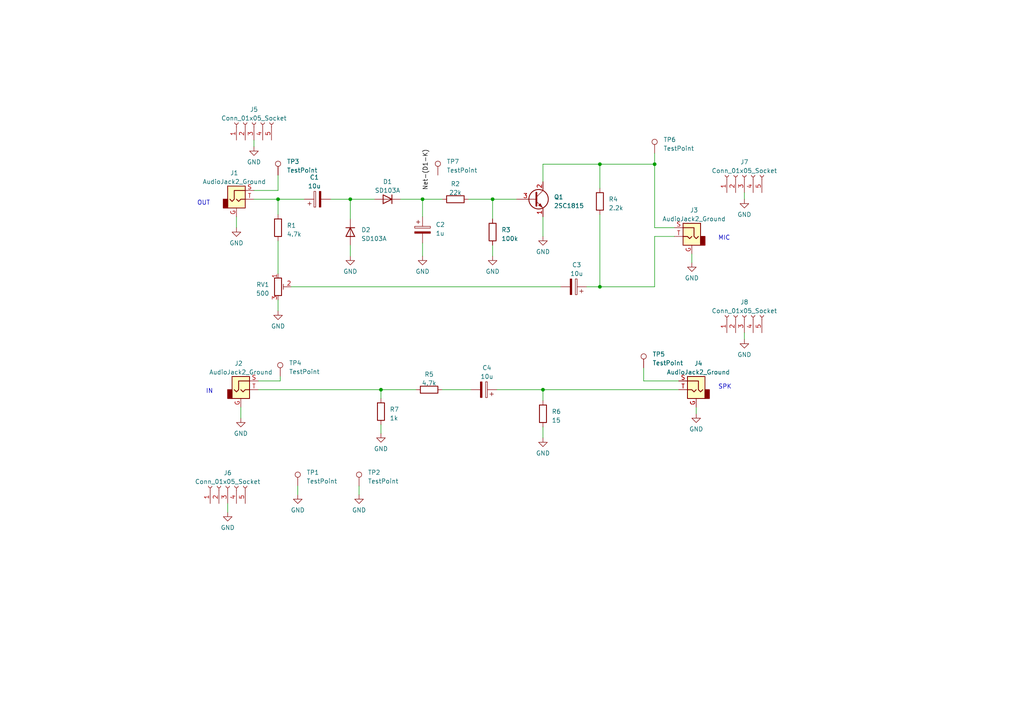
<source format=kicad_sch>
(kicad_sch (version 20230121) (generator eeschema)
  (paper "A4")
  (title_block (title "Audio I/F") (date "2023-08-13") (company "JK1MLY"))
  (lib_symbols
    (symbol "Connector:Conn_01x05_Socket" (pin_names (offset 1.016) hide)
      (property "Reference" "J" (at 0 7.62 0))
      (property "Value" "Conn_01x05_Socket" (at 0 -7.62 0))
      (symbol "Conn_01x05_Socket_1_1"
        (arc (start 0 -4.572) (mid -0.5058 -5.08) (end 0 -5.588) (stroke (width 0.1524)))
        (arc (start 0 -2.032) (mid -0.5058 -2.54) (end 0 -3.048) (stroke (width 0.1524)))
        (polyline (pts (xy -1.27 -5.08) (xy -0.508 -5.08)) (stroke (width 0.1524)))
        (polyline (pts (xy -1.27 -2.54) (xy -0.508 -2.54)) (stroke (width 0.1524)))
        (polyline (pts (xy -1.27 0) (xy -0.508 0)) (stroke (width 0.1524)))
        (polyline (pts (xy -1.27 2.54) (xy -0.508 2.54)) (stroke (width 0.1524)))
        (polyline (pts (xy -1.27 5.08) (xy -0.508 5.08)) (stroke (width 0.1524)))
        (arc (start 0 0.508) (mid -0.5058 0) (end 0 -0.508) (stroke (width 0.1524)))
        (arc (start 0 3.048) (mid -0.5058 2.54) (end 0 2.032) (stroke (width 0.1524)))
        (arc (start 0 5.588) (mid -0.5058 5.08) (end 0 4.572) (stroke (width 0.1524)))
        (pin passive line (at -5.08 5.08 0) (length 3.81) (name "Pin_1") (number "1"))
        (pin passive line (at -5.08 2.54 0) (length 3.81) (name "Pin_2") (number "2"))
        (pin passive line (at -5.08 0 0) (length 3.81) (name "Pin_3") (number "3"))
        (pin passive line (at -5.08 -2.54 0) (length 3.81) (name "Pin_4") (number "4"))
        (pin passive line (at -5.08 -5.08 0) (length 3.81) (name "Pin_5") (number "5"))
      )
    )
    (symbol "Connector:TestPoint" (pin_numbers hide) (pin_names (offset 0.762) hide)
      (property "Reference" "TP" (at 0 6.858 0))
      (property "Value" "TestPoint" (at 0 5.08 0))
      (symbol "TestPoint_0_1"
        (circle (center 0 3.302) (radius 0.762))
      )
      (symbol "TestPoint_1_1"
        (pin passive line (at 0 0 90) (length 2.54) (name "1") (number "1"))
      )
    )
    (symbol "Connector_Audio:AudioJack2_Ground"
      (property "Reference" "J" (at 0 8.89 0))
      (property "Value" "AudioJack2_Ground" (at 0 6.35 0))
      (symbol "AudioJack2_Ground_0_1"
        (rectangle (start -2.54 -2.54) (end -3.81 0) (stroke (width 0.254)) (fill (type outline)))
        (polyline (pts (xy 0 0) (xy 0.635 -0.635) (xy 1.27 0) (xy 2.54 0)) (stroke (width 0.254)))
        (polyline (pts (xy 2.54 2.54) (xy -0.635 2.54) (xy -0.635 0) (xy -1.27 -0.635) (xy -1.905 0)) (stroke (width 0.254)))
        (rectangle (start 2.54 3.81) (end -2.54 -2.54) (stroke (width 0.254)) (fill (type background)))
      )
      (symbol "AudioJack2_Ground_1_1"
        (pin passive line (at 0 -5.08 90) (length 2.54) (name "~") (number "G"))
        (pin passive line (at 5.08 2.54 180) (length 2.54) (name "~") (number "S"))
        (pin passive line (at 5.08 0 180) (length 2.54) (name "~") (number "T"))
      )
    )
    (symbol "Device:C_Polarized" (pin_numbers hide) (pin_names (offset 0.254))
      (property "Reference" "C" (at 0.635 2.54 0))
      (property "Value" "C_Polarized" (at 0.635 -2.54 0))
      (symbol "C_Polarized_0_1"
        (rectangle (start -2.286 0.508) (end 2.286 1.016))
        (polyline (pts (xy -1.778 2.286) (xy -0.762 2.286)))
        (polyline (pts (xy -1.27 2.794) (xy -1.27 1.778)))
        (rectangle (start 2.286 -0.508) (end -2.286 -1.016) (fill (type outline)))
      )
      (symbol "C_Polarized_1_1"
        (pin passive line (at 0 3.81 270) (length 2.794) (name "~") (number "1"))
        (pin passive line (at 0 -3.81 90) (length 2.794) (name "~") (number "2"))
      )
    )
    (symbol "Device:R" (pin_numbers hide) (pin_names (offset 0))
      (property "Reference" "R" (at 2.032 0 90))
      (property "Value" "R" (at 0 0 90))
      (symbol "R_0_1"
        (rectangle (start -1.016 -2.54) (end 1.016 2.54) (stroke (width 0.254)))
      )
      (symbol "R_1_1"
        (pin passive line (at 0 3.81 270) (length 1.27) (name "~") (number "1"))
        (pin passive line (at 0 -3.81 90) (length 1.27) (name "~") (number "2"))
      )
    )
    (symbol "Device:R_Potentiometer_Trim" (pin_names (offset 1.016) hide)
      (property "Reference" "RV" (at -4.445 0 90))
      (property "Value" "R_Potentiometer_Trim" (at -2.54 0 90))
      (symbol "R_Potentiometer_Trim_0_1"
        (polyline (pts (xy 1.524 0.762) (xy 1.524 -0.762)))
        (polyline (pts (xy 2.54 0) (xy 1.524 0)))
        (rectangle (start 1.016 2.54) (end -1.016 -2.54) (stroke (width 0.254)))
      )
      (symbol "R_Potentiometer_Trim_1_1"
        (pin passive line (at 0 3.81 270) (length 1.27) (name "1") (number "1"))
        (pin passive line (at 3.81 0 180) (length 1.27) (name "2") (number "2"))
        (pin passive line (at 0 -3.81 90) (length 1.27) (name "3") (number "3"))
      )
    )
    (symbol "Diode:1N4007" (pin_numbers hide) (pin_names hide)
      (property "Reference" "D" (at 0 2.54 0))
      (property "Value" "1N4007" (at 0 -2.54 0))
      (symbol "1N4007_0_1"
        (polyline (pts (xy -1.27 1.27) (xy -1.27 -1.27)) (stroke (width 0.254)))
        (polyline (pts (xy 1.27 0) (xy -1.27 0)))
        (polyline (pts (xy 1.27 1.27) (xy 1.27 -1.27) (xy -1.27 0) (xy 1.27 1.27)) (stroke (width 0.254)))
      )
      (symbol "1N4007_1_1"
        (pin passive line (at -3.81 0 0) (length 2.54) (name "K") (number "1"))
        (pin passive line (at 3.81 0 180) (length 2.54) (name "A") (number "2"))
      )
    )
    (symbol "Transistor_BJT:2SC1815" (pin_names (offset 0) hide)
      (property "Reference" "Q" (at 5.08 1.905 0))
      (property "Value" "2SC1815" (at 5.08 0 0))
      (symbol "2SC1815_0_1"
        (polyline (pts (xy 0 0) (xy 0.508 0)))
        (polyline (pts (xy 0.635 0.635) (xy 2.54 2.54)))
        (polyline (pts (xy 0.635 -0.635) (xy 2.54 -2.54) (xy 2.54 -2.54)))
        (polyline (pts (xy 0.635 1.905) (xy 0.635 -1.905) (xy 0.635 -1.905)) (stroke (width 0.508)))
        (polyline (pts (xy 1.27 -1.778) (xy 1.778 -1.27) (xy 2.286 -2.286) (xy 1.27 -1.778) (xy 1.27 -1.778)) (fill (type outline)))
        (circle (center 1.27 0) (radius 2.8194) (stroke (width 0.254)))
      )
      (symbol "2SC1815_1_1"
        (pin passive line (at 2.54 -5.08 90) (length 2.54) (name "E") (number "1"))
        (pin passive line (at 2.54 5.08 270) (length 2.54) (name "C") (number "2"))
        (pin input line (at -5.08 0 0) (length 5.08) (name "B") (number "3"))
      )
    )
    (symbol "power:GND" (power) (pin_names (offset 0))
      (property "Value" "GND" (at 0 -3.81 0))
      (symbol "GND_0_1"
        (polyline (pts (xy 0 0) (xy 0 -1.27) (xy 1.27 -1.27) (xy 0 -2.54) (xy -1.27 -1.27) (xy 0 -1.27)))
      )
      (symbol "GND_1_1"
        (pin power_in line (at 0 0 270) (length 0) hide (name "GND") (number "1"))
      )
    )
  )
  (junction (at 142.875 57.785))
  (junction (at 189.865 47.625))
  (junction (at 110.49 113.03))
  (junction (at 157.48 113.03))
  (junction (at 173.99 47.625))
  (junction (at 173.99 83.185))
  (junction (at 80.645 57.785))
  (junction (at 122.555 57.785))
  (junction (at 101.6 57.785))
  (wire (pts (xy 144.145 113.03) (xy 157.48 113.03)))
  (wire (pts (xy 110.49 113.03) (xy 110.49 115.57)))
  (wire (pts (xy 101.6 57.785) (xy 101.6 63.5)))
  (wire (pts (xy 162.56 83.185) (xy 84.455 83.185)))
  (wire (pts (xy 173.99 47.625) (xy 173.99 54.61)))
  (wire (pts (xy 80.645 50.8) (xy 80.645 55.245)))
  (wire (pts (xy 81.28 110.49) (xy 81.28 109.22)))
  (wire (pts (xy 110.49 123.19) (xy 110.49 125.73)))
  (wire (pts (xy 80.645 69.85) (xy 80.645 79.375)))
  (wire (pts (xy 86.36 140.97) (xy 86.36 143.51)))
  (wire (pts (xy 122.555 57.785) (xy 122.555 62.865)))
  (wire (pts (xy 122.555 70.485) (xy 122.555 74.295)))
  (wire (pts (xy 74.93 110.49) (xy 81.28 110.49)))
  (wire (pts (xy 173.99 83.185) (xy 170.18 83.185)))
  (wire (pts (xy 215.9 55.88) (xy 215.9 57.785)))
  (wire (pts (xy 80.645 57.785) (xy 88.265 57.785)))
  (wire (pts (xy 104.14 140.97) (xy 104.14 143.51)))
  (wire (pts (xy 80.645 55.245) (xy 73.66 55.245)))
  (wire (pts (xy 196.85 110.49) (xy 186.69 110.49)))
  (wire (pts (xy 101.6 71.12) (xy 101.6 74.295)))
  (wire (pts (xy 200.66 73.66) (xy 200.66 76.2)))
  (wire (pts (xy 173.99 83.185) (xy 189.865 83.185)))
  (wire (pts (xy 157.48 113.03) (xy 157.48 116.205)))
  (wire (pts (xy 80.645 57.785) (xy 80.645 62.23)))
  (wire (pts (xy 189.865 47.625) (xy 189.865 66.04)))
  (wire (pts (xy 142.875 71.12) (xy 142.875 74.295)))
  (wire (pts (xy 135.89 57.785) (xy 142.875 57.785)))
  (wire (pts (xy 66.04 146.05) (xy 66.04 148.59)))
  (wire (pts (xy 157.48 123.825) (xy 157.48 127)))
  (wire (pts (xy 73.66 40.64) (xy 73.66 42.545)))
  (wire (pts (xy 69.85 118.11) (xy 69.85 121.285)))
  (wire (pts (xy 157.48 47.625) (xy 173.99 47.625)))
  (wire (pts (xy 128.27 113.03) (xy 136.525 113.03)))
  (wire (pts (xy 195.58 66.04) (xy 189.865 66.04)))
  (wire (pts (xy 95.885 57.785) (xy 101.6 57.785)))
  (wire (pts (xy 116.205 57.785) (xy 122.555 57.785)))
  (wire (pts (xy 142.875 57.785) (xy 149.86 57.785)))
  (wire (pts (xy 142.875 57.785) (xy 142.875 63.5)))
  (wire (pts (xy 189.865 68.58) (xy 189.865 83.185)))
  (wire (pts (xy 73.66 57.785) (xy 80.645 57.785)))
  (wire (pts (xy 68.58 62.865) (xy 68.58 66.04)))
  (wire (pts (xy 201.93 118.11) (xy 201.93 120.015)))
  (wire (pts (xy 173.99 62.23) (xy 173.99 83.185)))
  (wire (pts (xy 101.6 57.785) (xy 108.585 57.785)))
  (wire (pts (xy 120.65 113.03) (xy 110.49 113.03)))
  (wire (pts (xy 215.9 96.52) (xy 215.9 98.425)))
  (wire (pts (xy 157.48 52.705) (xy 157.48 47.625)))
  (wire (pts (xy 122.555 57.785) (xy 128.27 57.785)))
  (wire (pts (xy 80.645 86.995) (xy 80.645 90.17)))
  (wire (pts (xy 157.48 62.865) (xy 157.48 68.58)))
  (wire (pts (xy 189.865 44.45) (xy 189.865 47.625)))
  (wire (pts (xy 195.58 68.58) (xy 189.865 68.58)))
  (wire (pts (xy 186.69 110.49) (xy 186.69 106.68)))
  (wire (pts (xy 189.865 47.625) (xy 173.99 47.625)))
  (wire (pts (xy 157.48 113.03) (xy 196.85 113.03)))
  (wire (pts (xy 74.93 113.03) (xy 110.49 113.03)))
  (text "MIC" (at 208.28 69.85 0) (effects (font (size 1.27 1.27)) (justify left bottom)))
  (text "SPK" (at 208.28 113.03 0) (effects (font (size 1.27 1.27)) (justify left bottom)))
  (text "OUT" (at 57.15 59.69 0) (effects (font (size 1.27 1.27)) (justify left bottom)))
  (text "IN" (at 59.69 114.3 0) (effects (font (size 1.27 1.27)) (justify left bottom)))
  (label "Net-(D1-K)" (at 124.46 43.18 270))
  (symbol (lib_id "Device:R") (at 110.49 119.38 180) (unit 1)
    (property "Reference" "R7" (at 113.03 118.745 0) (effects (justify right)))
    (property "Value" "1k" (at 113.03 121.285 0) (effects (justify right)))
    (property "Footprint" "Resistor_THT:R_Axial_DIN0207_L6.3mm_D2.5mm_P2.54mm_Vertical" (effects hide))
    (property "Datasheet" "R-25102" (effects hide))
  )
  (symbol (lib_id "Connector:TestPoint") (at 189.865 44.45 0) (unit 1)
    (property "Reference" "TP6" (at 192.405 40.513 0) (effects (justify left)))
    (property "Value" "TestPoint" (at 192.405 43.053 0) (effects (justify left)))
    (property "Footprint" "TestPoint:TestPoint_THTPad_1.5x1.5mm_Drill0.7mm" (effects hide))
  )
  (symbol (lib_id "Connector_Audio:AudioJack2_Ground") (at 68.58 57.785 0) (unit 1)
    (property "Reference" "J1" (at 67.945 50.165 0))
    (property "Value" "AudioJack2_Ground" (at 67.945 52.705 0))
    (property "Footprint" "Connector_Audio:Jack_3.5mm_CUI_SJ1-3525N_Horizontal" (effects hide))
    (property "Datasheet" "C-12478" (effects hide))
  )
  (symbol (lib_id "Device:R") (at 80.645 66.04 0) (unit 1)
    (property "Reference" "R1" (at 83.185 65.405 0) (effects (justify left)))
    (property "Value" "4.7k" (at 83.185 67.945 0) (effects (justify left)))
    (property "Footprint" "Resistor_THT:R_Axial_DIN0207_L6.3mm_D2.5mm_P2.54mm_Vertical" (effects hide))
    (property "Datasheet" "R-25472" (effects hide))
  )
  (symbol (lib_id "Device:C_Polarized") (at 92.075 57.785 90) (unit 1)
    (property "Reference" "C1" (at 91.186 51.435 90))
    (property "Value" "10u" (at 91.186 53.975 90))
    (property "Footprint" "Capacitor_THT:CP_Radial_D5.0mm_P2.00mm" (effects hide))
    (property "Datasheet" "P-17897" (effects hide))
  )
  (symbol (lib_id "Connector_Audio:AudioJack2_Ground") (at 201.93 113.03 0) (mirror y) (unit 1)
    (property "Reference" "J4" (at 202.565 105.41 0))
    (property "Value" "AudioJack2_Ground" (at 202.565 107.95 0))
    (property "Footprint" "Connector_Audio:Jack_3.5mm_CUI_SJ1-3525N_Horizontal" (effects hide))
    (property "Datasheet" "C-12478" (effects hide))
  )
  (symbol (lib_id "power:GND") (at 215.9 57.785 0) (unit 1)
    (property "Reference" "#PWR015" (effects hide))
    (property "Value" "GND" (at 215.9 62.23 0))
  )
  (symbol (lib_id "Connector:TestPoint") (at 81.28 109.22 0) (unit 1)
    (property "Reference" "TP4" (at 83.82 105.283 0) (effects (justify left)))
    (property "Value" "TestPoint" (at 83.82 107.823 0) (effects (justify left)))
    (property "Footprint" "TestPoint:TestPoint_THTPad_1.5x1.5mm_Drill0.7mm" (effects hide))
  )
  (symbol (lib_id "Device:C_Polarized") (at 140.335 113.03 270) (mirror x) (unit 1)
    (property "Reference" "C4" (at 141.224 106.68 90))
    (property "Value" "10u" (at 141.224 109.22 90))
    (property "Footprint" "Capacitor_THT:CP_Radial_D5.0mm_P2.00mm" (effects hide))
    (property "Datasheet" "P-17897" (effects hide))
  )
  (symbol (lib_id "power:GND") (at 104.14 143.51 0) (unit 1)
    (property "Reference" "#PWR013" (effects hide))
    (property "Value" "GND" (at 104.14 147.955 0))
  )
  (symbol (lib_id "power:GND") (at 69.85 121.285 0) (unit 1)
    (property "Reference" "#PWR02" (effects hide))
    (property "Value" "GND" (at 69.85 125.73 0))
  )
  (symbol (lib_id "Connector:TestPoint") (at 80.645 50.8 0) (unit 1)
    (property "Reference" "TP3" (at 83.185 46.863 0) (effects (justify left)))
    (property "Value" "TestPoint" (at 83.185 49.403 0) (effects (justify left)))
    (property "Footprint" "TestPoint:TestPoint_THTPad_1.5x1.5mm_Drill0.7mm" (effects hide))
  )
  (symbol (lib_id "Device:C_Polarized") (at 122.555 66.675 0) (unit 1)
    (property "Reference" "C2" (at 126.365 65.151 0) (effects (justify left)))
    (property "Value" "1u" (at 126.365 67.691 0) (effects (justify left)))
    (property "Footprint" "Capacitor_THT:CP_Radial_D5.0mm_P2.00mm" (effects hide))
    (property "Datasheet" "P-17889" (effects hide))
  )
  (symbol (lib_id "Device:R_Potentiometer_Trim") (at 80.645 83.185 0) (unit 1)
    (property "Reference" "RV1" (at 78.105 82.55 0) (effects (justify right)))
    (property "Value" "500" (at 78.105 85.09 0) (effects (justify right)))
    (property "Footprint" "Potentiometer_THT:Potentiometer_Vishay_T73YP_Vertical" (effects hide))
    (property "Datasheet" "P-14900" (effects hide))
  )
  (symbol (lib_id "Device:R") (at 142.875 67.31 180) (unit 1)
    (property "Reference" "R3" (at 145.415 66.675 0) (effects (justify right)))
    (property "Value" "100k" (at 145.415 69.215 0) (effects (justify right)))
    (property "Footprint" "Resistor_THT:R_Axial_DIN0207_L6.3mm_D2.5mm_P2.54mm_Vertical" (effects hide))
    (property "Datasheet" "R-25103" (effects hide))
  )
  (symbol (lib_id "power:GND") (at 215.9 98.425 0) (unit 1)
    (property "Reference" "#PWR014" (effects hide))
    (property "Value" "GND" (at 215.9 102.87 0))
  )
  (symbol (lib_id "power:GND") (at 73.66 42.545 0) (unit 1)
    (property "Reference" "#PWR016" (effects hide))
    (property "Value" "GND" (at 73.66 46.99 0))
  )
  (symbol (lib_id "Connector:TestPoint") (at 104.14 140.97 0) (unit 1)
    (property "Reference" "TP2" (at 106.68 137.033 0) (effects (justify left)))
    (property "Value" "TestPoint" (at 106.68 139.573 0) (effects (justify left)))
    (property "Footprint" "TestPoint:TestPoint_Plated_Hole_D3.0mm" (effects hide))
  )
  (symbol (lib_id "power:GND") (at 201.93 120.015 0) (unit 1)
    (property "Reference" "#PWR04" (effects hide))
    (property "Value" "GND" (at 201.93 124.46 0))
  )
  (symbol (lib_id "Connector:TestPoint") (at 127 50.8 0) (unit 1)
    (property "Reference" "TP7" (at 129.54 46.863 0) (effects (justify left)))
    (property "Value" "TestPoint" (at 129.54 49.403 0) (effects (justify left)))
    (property "Footprint" "TestPoint:TestPoint_THTPad_1.5x1.5mm_Drill0.7mm" (effects hide))
  )
  (symbol (lib_id "power:GND") (at 86.36 143.51 0) (unit 1)
    (property "Reference" "#PWR012" (effects hide))
    (property "Value" "GND" (at 86.36 147.955 0))
  )
  (symbol (lib_id "Connector:Conn_01x05_Socket") (at 215.9 91.44 90) (unit 1)
    (property "Reference" "J8" (at 215.9 87.63 90))
    (property "Value" "Conn_01x05_Socket" (at 215.9 90.17 90))
    (property "Footprint" "Connector_PinHeader_2.54mm:PinHeader_1x05_P2.54mm_Vertical" (effects hide))
  )
  (symbol (lib_id "Connector:TestPoint") (at 186.69 106.68 0) (unit 1)
    (property "Reference" "TP5" (at 189.23 102.743 0) (effects (justify left)))
    (property "Value" "TestPoint" (at 189.23 105.283 0) (effects (justify left)))
    (property "Footprint" "TestPoint:TestPoint_THTPad_1.5x1.5mm_Drill0.7mm" (effects hide))
  )
  (symbol (lib_id "Device:C_Polarized") (at 166.37 83.185 270) (mirror x) (unit 1)
    (property "Reference" "C3" (at 167.259 76.835 90))
    (property "Value" "10u" (at 167.259 79.375 90))
    (property "Footprint" "Capacitor_THT:CP_Radial_D5.0mm_P2.00mm" (effects hide))
    (property "Datasheet" "P-17897" (effects hide))
  )
  (symbol (lib_id "Device:R") (at 132.08 57.785 90) (unit 1)
    (property "Reference" "R2" (at 132.08 53.34 90))
    (property "Value" "22k" (at 132.08 55.88 90))
    (property "Footprint" "Resistor_THT:R_Axial_DIN0207_L6.3mm_D2.5mm_P2.54mm_Vertical" (effects hide))
    (property "Datasheet" "R-25223" (effects hide))
  )
  (symbol (lib_id "power:GND") (at 157.48 127 0) (unit 1)
    (property "Reference" "#PWR011" (effects hide))
    (property "Value" "GND" (at 157.48 131.445 0))
  )
  (symbol (lib_id "power:GND") (at 80.645 90.17 0) (unit 1)
    (property "Reference" "#PWR05" (effects hide))
    (property "Value" "GND" (at 80.645 94.615 0))
  )
  (symbol (lib_id "Transistor_BJT:2SC1815") (at 154.94 57.785 0) (unit 1)
    (property "Reference" "Q1" (at 160.655 57.15 0) (effects (justify left)))
    (property "Value" "2SC1815" (at 160.655 59.69 0) (effects (justify left)))
    (property "Footprint" "Package_TO_SOT_THT:TO-92_Inline_Wide" (effects hide))
    (property "Datasheet" "I-06477" (effects hide))
  )
  (symbol (lib_id "Connector:Conn_01x05_Socket") (at 73.66 35.56 90) (unit 1)
    (property "Reference" "J5" (at 73.66 31.75 90))
    (property "Value" "Conn_01x05_Socket" (at 73.66 34.29 90))
    (property "Footprint" "Connector_PinHeader_2.54mm:PinHeader_1x05_P2.54mm_Vertical" (effects hide))
  )
  (symbol (lib_id "power:GND") (at 200.66 76.2 0) (unit 1)
    (property "Reference" "#PWR03" (effects hide))
    (property "Value" "GND" (at 200.66 80.645 0))
  )
  (symbol (lib_id "Device:R") (at 173.99 58.42 0) (unit 1)
    (property "Reference" "R4" (at 176.53 57.785 0) (effects (justify left)))
    (property "Value" "2.2k" (at 176.53 60.325 0) (effects (justify left)))
    (property "Footprint" "Resistor_THT:R_Axial_DIN0207_L6.3mm_D2.5mm_P2.54mm_Vertical" (effects hide))
    (property "Datasheet" "R-25222" (effects hide))
  )
  (symbol (lib_id "power:GND") (at 110.49 125.73 0) (unit 1)
    (property "Reference" "#PWR010" (effects hide))
    (property "Value" "GND" (at 110.49 130.175 0))
  )
  (symbol (lib_id "Diode:1N4007") (at 112.395 57.785 180) (unit 1)
    (property "Reference" "D1" (at 112.395 52.705 0))
    (property "Value" "SD103A" (at 112.395 55.245 0))
    (property "Footprint" "Diode_THT:D_A-405_P2.54mm_Vertical_KathodeUp" (effects hide))
    (property "Datasheet" "I-04271" (effects hide))
  )
  (symbol (lib_id "power:GND") (at 122.555 74.295 0) (unit 1)
    (property "Reference" "#PWR08" (effects hide))
    (property "Value" "GND" (at 122.555 78.74 0))
  )
  (symbol (lib_id "Connector:Conn_01x05_Socket") (at 66.04 140.97 90) (unit 1)
    (property "Reference" "J6" (at 66.04 137.16 90))
    (property "Value" "Conn_01x05_Socket" (at 66.04 139.7 90))
    (property "Footprint" "Connector_PinHeader_2.54mm:PinHeader_1x05_P2.54mm_Vertical" (effects hide))
  )
  (symbol (lib_id "Device:R") (at 124.46 113.03 90) (unit 1)
    (property "Reference" "R5" (at 124.46 108.585 90))
    (property "Value" "4.7k" (at 124.46 111.125 90))
    (property "Footprint" "Resistor_THT:R_Axial_DIN0207_L6.3mm_D2.5mm_P2.54mm_Vertical" (effects hide))
    (property "Datasheet" "R-25472" (effects hide))
  )
  (symbol (lib_id "power:GND") (at 68.58 66.04 0) (unit 1)
    (property "Reference" "#PWR01" (effects hide))
    (property "Value" "GND" (at 68.58 70.485 0))
  )
  (symbol (lib_id "Connector:Conn_01x05_Socket") (at 215.9 50.8 90) (unit 1)
    (property "Reference" "J7" (at 215.9 46.99 90))
    (property "Value" "Conn_01x05_Socket" (at 215.9 49.53 90))
    (property "Footprint" "Connector_PinHeader_2.54mm:PinHeader_1x05_P2.54mm_Vertical" (effects hide))
  )
  (symbol (lib_id "power:GND") (at 142.875 74.295 0) (unit 1)
    (property "Reference" "#PWR09" (effects hide))
    (property "Value" "GND" (at 142.875 78.74 0))
  )
  (symbol (lib_id "power:GND") (at 66.04 148.59 0) (unit 1)
    (property "Reference" "#PWR017" (effects hide))
    (property "Value" "GND" (at 66.04 153.035 0))
  )
  (symbol (lib_id "Connector_Audio:AudioJack2_Ground") (at 200.66 68.58 0) (mirror y) (unit 1)
    (property "Reference" "J3" (at 201.295 60.96 0))
    (property "Value" "AudioJack2_Ground" (at 201.295 63.5 0))
    (property "Footprint" "Connector_Audio:Jack_3.5mm_CUI_SJ1-3525N_Horizontal" (effects hide))
    (property "Datasheet" "C-12478" (effects hide))
  )
  (symbol (lib_id "Device:R") (at 157.48 120.015 0) (unit 1)
    (property "Reference" "R6" (at 160.02 119.38 0) (effects (justify left)))
    (property "Value" "15" (at 160.02 121.92 0) (effects (justify left)))
    (property "Footprint" "Resistor_THT:R_Axial_DIN0207_L6.3mm_D2.5mm_P2.54mm_Vertical" (effects hide))
    (property "Datasheet" "R-25150" (effects hide))
  )
  (symbol (lib_id "Connector_Audio:AudioJack2_Ground") (at 69.85 113.03 0) (unit 1)
    (property "Reference" "J2" (at 69.215 105.41 0))
    (property "Value" "AudioJack2_Ground" (at 69.85 107.95 0))
    (property "Footprint" "Connector_Audio:Jack_3.5mm_CUI_SJ1-3525N_Horizontal" (effects hide))
    (property "Datasheet" "C-12478" (effects hide))
  )
  (symbol (lib_id "power:GND") (at 157.48 68.58 0) (unit 1)
    (property "Reference" "#PWR06" (effects hide))
    (property "Value" "GND" (at 157.48 73.025 0))
  )
  (symbol (lib_id "power:GND") (at 101.6 74.295 0) (unit 1)
    (property "Reference" "#PWR07" (effects hide))
    (property "Value" "GND" (at 101.6 78.74 0))
  )
  (symbol (lib_id "Connector:TestPoint") (at 86.36 140.97 0) (unit 1)
    (property "Reference" "TP1" (at 88.9 137.033 0) (effects (justify left)))
    (property "Value" "TestPoint" (at 88.9 139.573 0) (effects (justify left)))
    (property "Footprint" "TestPoint:TestPoint_Plated_Hole_D3.0mm" (effects hide))
  )
  (symbol (lib_id "Diode:1N4007") (at 101.6 67.31 270) (unit 1)
    (property "Reference" "D2" (at 104.775 66.675 90) (effects (justify left)))
    (property "Value" "SD103A" (at 104.775 69.215 90) (effects (justify left)))
    (property "Footprint" "Diode_THT:D_A-405_P2.54mm_Vertical_KathodeUp" (effects hide))
    (property "Datasheet" "I-04271" (effects hide))
  )
)
</source>
